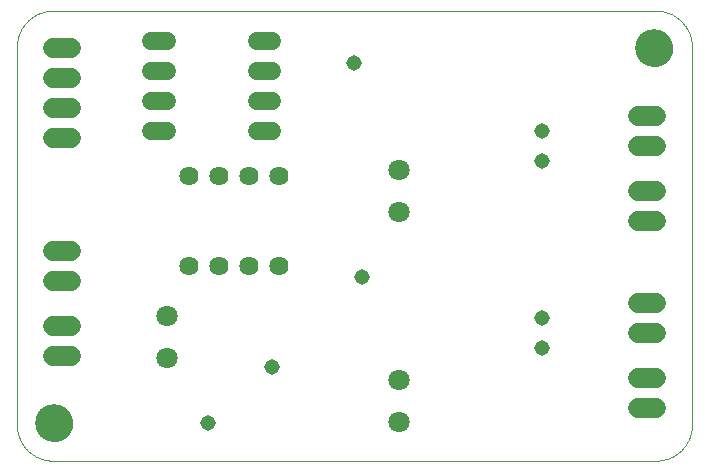
<source format=gbs>
G75*
%MOIN*%
%OFA0B0*%
%FSLAX25Y25*%
%IPPOS*%
%LPD*%
%AMOC8*
5,1,8,0,0,1.08239X$1,22.5*
%
%ADD10C,0.00000*%
%ADD11C,0.07100*%
%ADD12C,0.06400*%
%ADD13C,0.06737*%
%ADD14C,0.06000*%
%ADD15C,0.12611*%
%ADD16C,0.05156*%
D10*
X0016500Y0005500D02*
X0217500Y0005500D01*
X0217790Y0005504D01*
X0218080Y0005514D01*
X0218369Y0005532D01*
X0218658Y0005556D01*
X0218946Y0005587D01*
X0219234Y0005626D01*
X0219520Y0005671D01*
X0219806Y0005724D01*
X0220089Y0005783D01*
X0220372Y0005849D01*
X0220652Y0005921D01*
X0220931Y0006001D01*
X0221208Y0006087D01*
X0221483Y0006180D01*
X0221755Y0006280D01*
X0222025Y0006386D01*
X0222292Y0006498D01*
X0222557Y0006618D01*
X0222818Y0006743D01*
X0223077Y0006875D01*
X0223332Y0007012D01*
X0223584Y0007156D01*
X0223832Y0007306D01*
X0224076Y0007462D01*
X0224317Y0007624D01*
X0224553Y0007792D01*
X0224786Y0007965D01*
X0225014Y0008144D01*
X0225238Y0008328D01*
X0225457Y0008518D01*
X0225672Y0008713D01*
X0225882Y0008913D01*
X0226087Y0009118D01*
X0226287Y0009328D01*
X0226482Y0009543D01*
X0226672Y0009762D01*
X0226856Y0009986D01*
X0227035Y0010214D01*
X0227208Y0010447D01*
X0227376Y0010683D01*
X0227538Y0010924D01*
X0227694Y0011168D01*
X0227844Y0011416D01*
X0227988Y0011668D01*
X0228125Y0011923D01*
X0228257Y0012182D01*
X0228382Y0012443D01*
X0228502Y0012708D01*
X0228614Y0012975D01*
X0228720Y0013245D01*
X0228820Y0013517D01*
X0228913Y0013792D01*
X0228999Y0014069D01*
X0229079Y0014348D01*
X0229151Y0014628D01*
X0229217Y0014911D01*
X0229276Y0015194D01*
X0229329Y0015480D01*
X0229374Y0015766D01*
X0229413Y0016054D01*
X0229444Y0016342D01*
X0229468Y0016631D01*
X0229486Y0016920D01*
X0229496Y0017210D01*
X0229500Y0017500D01*
X0229500Y0143500D01*
X0229496Y0143790D01*
X0229486Y0144080D01*
X0229468Y0144369D01*
X0229444Y0144658D01*
X0229413Y0144946D01*
X0229374Y0145234D01*
X0229329Y0145520D01*
X0229276Y0145806D01*
X0229217Y0146089D01*
X0229151Y0146372D01*
X0229079Y0146652D01*
X0228999Y0146931D01*
X0228913Y0147208D01*
X0228820Y0147483D01*
X0228720Y0147755D01*
X0228614Y0148025D01*
X0228502Y0148292D01*
X0228382Y0148557D01*
X0228257Y0148818D01*
X0228125Y0149077D01*
X0227988Y0149332D01*
X0227844Y0149584D01*
X0227694Y0149832D01*
X0227538Y0150076D01*
X0227376Y0150317D01*
X0227208Y0150553D01*
X0227035Y0150786D01*
X0226856Y0151014D01*
X0226672Y0151238D01*
X0226482Y0151457D01*
X0226287Y0151672D01*
X0226087Y0151882D01*
X0225882Y0152087D01*
X0225672Y0152287D01*
X0225457Y0152482D01*
X0225238Y0152672D01*
X0225014Y0152856D01*
X0224786Y0153035D01*
X0224553Y0153208D01*
X0224317Y0153376D01*
X0224076Y0153538D01*
X0223832Y0153694D01*
X0223584Y0153844D01*
X0223332Y0153988D01*
X0223077Y0154125D01*
X0222818Y0154257D01*
X0222557Y0154382D01*
X0222292Y0154502D01*
X0222025Y0154614D01*
X0221755Y0154720D01*
X0221483Y0154820D01*
X0221208Y0154913D01*
X0220931Y0154999D01*
X0220652Y0155079D01*
X0220372Y0155151D01*
X0220089Y0155217D01*
X0219806Y0155276D01*
X0219520Y0155329D01*
X0219234Y0155374D01*
X0218946Y0155413D01*
X0218658Y0155444D01*
X0218369Y0155468D01*
X0218080Y0155486D01*
X0217790Y0155496D01*
X0217500Y0155500D01*
X0016500Y0155500D01*
X0016210Y0155496D01*
X0015920Y0155486D01*
X0015631Y0155468D01*
X0015342Y0155444D01*
X0015054Y0155413D01*
X0014766Y0155374D01*
X0014480Y0155329D01*
X0014194Y0155276D01*
X0013911Y0155217D01*
X0013628Y0155151D01*
X0013348Y0155079D01*
X0013069Y0154999D01*
X0012792Y0154913D01*
X0012517Y0154820D01*
X0012245Y0154720D01*
X0011975Y0154614D01*
X0011708Y0154502D01*
X0011443Y0154382D01*
X0011182Y0154257D01*
X0010923Y0154125D01*
X0010668Y0153988D01*
X0010416Y0153844D01*
X0010168Y0153694D01*
X0009924Y0153538D01*
X0009683Y0153376D01*
X0009447Y0153208D01*
X0009214Y0153035D01*
X0008986Y0152856D01*
X0008762Y0152672D01*
X0008543Y0152482D01*
X0008328Y0152287D01*
X0008118Y0152087D01*
X0007913Y0151882D01*
X0007713Y0151672D01*
X0007518Y0151457D01*
X0007328Y0151238D01*
X0007144Y0151014D01*
X0006965Y0150786D01*
X0006792Y0150553D01*
X0006624Y0150317D01*
X0006462Y0150076D01*
X0006306Y0149832D01*
X0006156Y0149584D01*
X0006012Y0149332D01*
X0005875Y0149077D01*
X0005743Y0148818D01*
X0005618Y0148557D01*
X0005498Y0148292D01*
X0005386Y0148025D01*
X0005280Y0147755D01*
X0005180Y0147483D01*
X0005087Y0147208D01*
X0005001Y0146931D01*
X0004921Y0146652D01*
X0004849Y0146372D01*
X0004783Y0146089D01*
X0004724Y0145806D01*
X0004671Y0145520D01*
X0004626Y0145234D01*
X0004587Y0144946D01*
X0004556Y0144658D01*
X0004532Y0144369D01*
X0004514Y0144080D01*
X0004504Y0143790D01*
X0004500Y0143500D01*
X0004500Y0017500D01*
X0004504Y0017210D01*
X0004514Y0016920D01*
X0004532Y0016631D01*
X0004556Y0016342D01*
X0004587Y0016054D01*
X0004626Y0015766D01*
X0004671Y0015480D01*
X0004724Y0015194D01*
X0004783Y0014911D01*
X0004849Y0014628D01*
X0004921Y0014348D01*
X0005001Y0014069D01*
X0005087Y0013792D01*
X0005180Y0013517D01*
X0005280Y0013245D01*
X0005386Y0012975D01*
X0005498Y0012708D01*
X0005618Y0012443D01*
X0005743Y0012182D01*
X0005875Y0011923D01*
X0006012Y0011668D01*
X0006156Y0011416D01*
X0006306Y0011168D01*
X0006462Y0010924D01*
X0006624Y0010683D01*
X0006792Y0010447D01*
X0006965Y0010214D01*
X0007144Y0009986D01*
X0007328Y0009762D01*
X0007518Y0009543D01*
X0007713Y0009328D01*
X0007913Y0009118D01*
X0008118Y0008913D01*
X0008328Y0008713D01*
X0008543Y0008518D01*
X0008762Y0008328D01*
X0008986Y0008144D01*
X0009214Y0007965D01*
X0009447Y0007792D01*
X0009683Y0007624D01*
X0009924Y0007462D01*
X0010168Y0007306D01*
X0010416Y0007156D01*
X0010668Y0007012D01*
X0010923Y0006875D01*
X0011182Y0006743D01*
X0011443Y0006618D01*
X0011708Y0006498D01*
X0011975Y0006386D01*
X0012245Y0006280D01*
X0012517Y0006180D01*
X0012792Y0006087D01*
X0013069Y0006001D01*
X0013348Y0005921D01*
X0013628Y0005849D01*
X0013911Y0005783D01*
X0014194Y0005724D01*
X0014480Y0005671D01*
X0014766Y0005626D01*
X0015054Y0005587D01*
X0015342Y0005556D01*
X0015631Y0005532D01*
X0015920Y0005514D01*
X0016210Y0005504D01*
X0016500Y0005500D01*
X0011094Y0018000D02*
X0011096Y0018153D01*
X0011102Y0018307D01*
X0011112Y0018460D01*
X0011126Y0018612D01*
X0011144Y0018765D01*
X0011166Y0018916D01*
X0011191Y0019067D01*
X0011221Y0019218D01*
X0011255Y0019368D01*
X0011292Y0019516D01*
X0011333Y0019664D01*
X0011378Y0019810D01*
X0011427Y0019956D01*
X0011480Y0020100D01*
X0011536Y0020242D01*
X0011596Y0020383D01*
X0011660Y0020523D01*
X0011727Y0020661D01*
X0011798Y0020797D01*
X0011873Y0020931D01*
X0011950Y0021063D01*
X0012032Y0021193D01*
X0012116Y0021321D01*
X0012204Y0021447D01*
X0012295Y0021570D01*
X0012389Y0021691D01*
X0012487Y0021809D01*
X0012587Y0021925D01*
X0012691Y0022038D01*
X0012797Y0022149D01*
X0012906Y0022257D01*
X0013018Y0022362D01*
X0013132Y0022463D01*
X0013250Y0022562D01*
X0013369Y0022658D01*
X0013491Y0022751D01*
X0013616Y0022840D01*
X0013743Y0022927D01*
X0013872Y0023009D01*
X0014003Y0023089D01*
X0014136Y0023165D01*
X0014271Y0023238D01*
X0014408Y0023307D01*
X0014547Y0023372D01*
X0014687Y0023434D01*
X0014829Y0023492D01*
X0014972Y0023547D01*
X0015117Y0023598D01*
X0015263Y0023645D01*
X0015410Y0023688D01*
X0015558Y0023727D01*
X0015707Y0023763D01*
X0015857Y0023794D01*
X0016008Y0023822D01*
X0016159Y0023846D01*
X0016312Y0023866D01*
X0016464Y0023882D01*
X0016617Y0023894D01*
X0016770Y0023902D01*
X0016923Y0023906D01*
X0017077Y0023906D01*
X0017230Y0023902D01*
X0017383Y0023894D01*
X0017536Y0023882D01*
X0017688Y0023866D01*
X0017841Y0023846D01*
X0017992Y0023822D01*
X0018143Y0023794D01*
X0018293Y0023763D01*
X0018442Y0023727D01*
X0018590Y0023688D01*
X0018737Y0023645D01*
X0018883Y0023598D01*
X0019028Y0023547D01*
X0019171Y0023492D01*
X0019313Y0023434D01*
X0019453Y0023372D01*
X0019592Y0023307D01*
X0019729Y0023238D01*
X0019864Y0023165D01*
X0019997Y0023089D01*
X0020128Y0023009D01*
X0020257Y0022927D01*
X0020384Y0022840D01*
X0020509Y0022751D01*
X0020631Y0022658D01*
X0020750Y0022562D01*
X0020868Y0022463D01*
X0020982Y0022362D01*
X0021094Y0022257D01*
X0021203Y0022149D01*
X0021309Y0022038D01*
X0021413Y0021925D01*
X0021513Y0021809D01*
X0021611Y0021691D01*
X0021705Y0021570D01*
X0021796Y0021447D01*
X0021884Y0021321D01*
X0021968Y0021193D01*
X0022050Y0021063D01*
X0022127Y0020931D01*
X0022202Y0020797D01*
X0022273Y0020661D01*
X0022340Y0020523D01*
X0022404Y0020383D01*
X0022464Y0020242D01*
X0022520Y0020100D01*
X0022573Y0019956D01*
X0022622Y0019810D01*
X0022667Y0019664D01*
X0022708Y0019516D01*
X0022745Y0019368D01*
X0022779Y0019218D01*
X0022809Y0019067D01*
X0022834Y0018916D01*
X0022856Y0018765D01*
X0022874Y0018612D01*
X0022888Y0018460D01*
X0022898Y0018307D01*
X0022904Y0018153D01*
X0022906Y0018000D01*
X0022904Y0017847D01*
X0022898Y0017693D01*
X0022888Y0017540D01*
X0022874Y0017388D01*
X0022856Y0017235D01*
X0022834Y0017084D01*
X0022809Y0016933D01*
X0022779Y0016782D01*
X0022745Y0016632D01*
X0022708Y0016484D01*
X0022667Y0016336D01*
X0022622Y0016190D01*
X0022573Y0016044D01*
X0022520Y0015900D01*
X0022464Y0015758D01*
X0022404Y0015617D01*
X0022340Y0015477D01*
X0022273Y0015339D01*
X0022202Y0015203D01*
X0022127Y0015069D01*
X0022050Y0014937D01*
X0021968Y0014807D01*
X0021884Y0014679D01*
X0021796Y0014553D01*
X0021705Y0014430D01*
X0021611Y0014309D01*
X0021513Y0014191D01*
X0021413Y0014075D01*
X0021309Y0013962D01*
X0021203Y0013851D01*
X0021094Y0013743D01*
X0020982Y0013638D01*
X0020868Y0013537D01*
X0020750Y0013438D01*
X0020631Y0013342D01*
X0020509Y0013249D01*
X0020384Y0013160D01*
X0020257Y0013073D01*
X0020128Y0012991D01*
X0019997Y0012911D01*
X0019864Y0012835D01*
X0019729Y0012762D01*
X0019592Y0012693D01*
X0019453Y0012628D01*
X0019313Y0012566D01*
X0019171Y0012508D01*
X0019028Y0012453D01*
X0018883Y0012402D01*
X0018737Y0012355D01*
X0018590Y0012312D01*
X0018442Y0012273D01*
X0018293Y0012237D01*
X0018143Y0012206D01*
X0017992Y0012178D01*
X0017841Y0012154D01*
X0017688Y0012134D01*
X0017536Y0012118D01*
X0017383Y0012106D01*
X0017230Y0012098D01*
X0017077Y0012094D01*
X0016923Y0012094D01*
X0016770Y0012098D01*
X0016617Y0012106D01*
X0016464Y0012118D01*
X0016312Y0012134D01*
X0016159Y0012154D01*
X0016008Y0012178D01*
X0015857Y0012206D01*
X0015707Y0012237D01*
X0015558Y0012273D01*
X0015410Y0012312D01*
X0015263Y0012355D01*
X0015117Y0012402D01*
X0014972Y0012453D01*
X0014829Y0012508D01*
X0014687Y0012566D01*
X0014547Y0012628D01*
X0014408Y0012693D01*
X0014271Y0012762D01*
X0014136Y0012835D01*
X0014003Y0012911D01*
X0013872Y0012991D01*
X0013743Y0013073D01*
X0013616Y0013160D01*
X0013491Y0013249D01*
X0013369Y0013342D01*
X0013250Y0013438D01*
X0013132Y0013537D01*
X0013018Y0013638D01*
X0012906Y0013743D01*
X0012797Y0013851D01*
X0012691Y0013962D01*
X0012587Y0014075D01*
X0012487Y0014191D01*
X0012389Y0014309D01*
X0012295Y0014430D01*
X0012204Y0014553D01*
X0012116Y0014679D01*
X0012032Y0014807D01*
X0011950Y0014937D01*
X0011873Y0015069D01*
X0011798Y0015203D01*
X0011727Y0015339D01*
X0011660Y0015477D01*
X0011596Y0015617D01*
X0011536Y0015758D01*
X0011480Y0015900D01*
X0011427Y0016044D01*
X0011378Y0016190D01*
X0011333Y0016336D01*
X0011292Y0016484D01*
X0011255Y0016632D01*
X0011221Y0016782D01*
X0011191Y0016933D01*
X0011166Y0017084D01*
X0011144Y0017235D01*
X0011126Y0017388D01*
X0011112Y0017540D01*
X0011102Y0017693D01*
X0011096Y0017847D01*
X0011094Y0018000D01*
X0211094Y0143000D02*
X0211096Y0143153D01*
X0211102Y0143307D01*
X0211112Y0143460D01*
X0211126Y0143612D01*
X0211144Y0143765D01*
X0211166Y0143916D01*
X0211191Y0144067D01*
X0211221Y0144218D01*
X0211255Y0144368D01*
X0211292Y0144516D01*
X0211333Y0144664D01*
X0211378Y0144810D01*
X0211427Y0144956D01*
X0211480Y0145100D01*
X0211536Y0145242D01*
X0211596Y0145383D01*
X0211660Y0145523D01*
X0211727Y0145661D01*
X0211798Y0145797D01*
X0211873Y0145931D01*
X0211950Y0146063D01*
X0212032Y0146193D01*
X0212116Y0146321D01*
X0212204Y0146447D01*
X0212295Y0146570D01*
X0212389Y0146691D01*
X0212487Y0146809D01*
X0212587Y0146925D01*
X0212691Y0147038D01*
X0212797Y0147149D01*
X0212906Y0147257D01*
X0213018Y0147362D01*
X0213132Y0147463D01*
X0213250Y0147562D01*
X0213369Y0147658D01*
X0213491Y0147751D01*
X0213616Y0147840D01*
X0213743Y0147927D01*
X0213872Y0148009D01*
X0214003Y0148089D01*
X0214136Y0148165D01*
X0214271Y0148238D01*
X0214408Y0148307D01*
X0214547Y0148372D01*
X0214687Y0148434D01*
X0214829Y0148492D01*
X0214972Y0148547D01*
X0215117Y0148598D01*
X0215263Y0148645D01*
X0215410Y0148688D01*
X0215558Y0148727D01*
X0215707Y0148763D01*
X0215857Y0148794D01*
X0216008Y0148822D01*
X0216159Y0148846D01*
X0216312Y0148866D01*
X0216464Y0148882D01*
X0216617Y0148894D01*
X0216770Y0148902D01*
X0216923Y0148906D01*
X0217077Y0148906D01*
X0217230Y0148902D01*
X0217383Y0148894D01*
X0217536Y0148882D01*
X0217688Y0148866D01*
X0217841Y0148846D01*
X0217992Y0148822D01*
X0218143Y0148794D01*
X0218293Y0148763D01*
X0218442Y0148727D01*
X0218590Y0148688D01*
X0218737Y0148645D01*
X0218883Y0148598D01*
X0219028Y0148547D01*
X0219171Y0148492D01*
X0219313Y0148434D01*
X0219453Y0148372D01*
X0219592Y0148307D01*
X0219729Y0148238D01*
X0219864Y0148165D01*
X0219997Y0148089D01*
X0220128Y0148009D01*
X0220257Y0147927D01*
X0220384Y0147840D01*
X0220509Y0147751D01*
X0220631Y0147658D01*
X0220750Y0147562D01*
X0220868Y0147463D01*
X0220982Y0147362D01*
X0221094Y0147257D01*
X0221203Y0147149D01*
X0221309Y0147038D01*
X0221413Y0146925D01*
X0221513Y0146809D01*
X0221611Y0146691D01*
X0221705Y0146570D01*
X0221796Y0146447D01*
X0221884Y0146321D01*
X0221968Y0146193D01*
X0222050Y0146063D01*
X0222127Y0145931D01*
X0222202Y0145797D01*
X0222273Y0145661D01*
X0222340Y0145523D01*
X0222404Y0145383D01*
X0222464Y0145242D01*
X0222520Y0145100D01*
X0222573Y0144956D01*
X0222622Y0144810D01*
X0222667Y0144664D01*
X0222708Y0144516D01*
X0222745Y0144368D01*
X0222779Y0144218D01*
X0222809Y0144067D01*
X0222834Y0143916D01*
X0222856Y0143765D01*
X0222874Y0143612D01*
X0222888Y0143460D01*
X0222898Y0143307D01*
X0222904Y0143153D01*
X0222906Y0143000D01*
X0222904Y0142847D01*
X0222898Y0142693D01*
X0222888Y0142540D01*
X0222874Y0142388D01*
X0222856Y0142235D01*
X0222834Y0142084D01*
X0222809Y0141933D01*
X0222779Y0141782D01*
X0222745Y0141632D01*
X0222708Y0141484D01*
X0222667Y0141336D01*
X0222622Y0141190D01*
X0222573Y0141044D01*
X0222520Y0140900D01*
X0222464Y0140758D01*
X0222404Y0140617D01*
X0222340Y0140477D01*
X0222273Y0140339D01*
X0222202Y0140203D01*
X0222127Y0140069D01*
X0222050Y0139937D01*
X0221968Y0139807D01*
X0221884Y0139679D01*
X0221796Y0139553D01*
X0221705Y0139430D01*
X0221611Y0139309D01*
X0221513Y0139191D01*
X0221413Y0139075D01*
X0221309Y0138962D01*
X0221203Y0138851D01*
X0221094Y0138743D01*
X0220982Y0138638D01*
X0220868Y0138537D01*
X0220750Y0138438D01*
X0220631Y0138342D01*
X0220509Y0138249D01*
X0220384Y0138160D01*
X0220257Y0138073D01*
X0220128Y0137991D01*
X0219997Y0137911D01*
X0219864Y0137835D01*
X0219729Y0137762D01*
X0219592Y0137693D01*
X0219453Y0137628D01*
X0219313Y0137566D01*
X0219171Y0137508D01*
X0219028Y0137453D01*
X0218883Y0137402D01*
X0218737Y0137355D01*
X0218590Y0137312D01*
X0218442Y0137273D01*
X0218293Y0137237D01*
X0218143Y0137206D01*
X0217992Y0137178D01*
X0217841Y0137154D01*
X0217688Y0137134D01*
X0217536Y0137118D01*
X0217383Y0137106D01*
X0217230Y0137098D01*
X0217077Y0137094D01*
X0216923Y0137094D01*
X0216770Y0137098D01*
X0216617Y0137106D01*
X0216464Y0137118D01*
X0216312Y0137134D01*
X0216159Y0137154D01*
X0216008Y0137178D01*
X0215857Y0137206D01*
X0215707Y0137237D01*
X0215558Y0137273D01*
X0215410Y0137312D01*
X0215263Y0137355D01*
X0215117Y0137402D01*
X0214972Y0137453D01*
X0214829Y0137508D01*
X0214687Y0137566D01*
X0214547Y0137628D01*
X0214408Y0137693D01*
X0214271Y0137762D01*
X0214136Y0137835D01*
X0214003Y0137911D01*
X0213872Y0137991D01*
X0213743Y0138073D01*
X0213616Y0138160D01*
X0213491Y0138249D01*
X0213369Y0138342D01*
X0213250Y0138438D01*
X0213132Y0138537D01*
X0213018Y0138638D01*
X0212906Y0138743D01*
X0212797Y0138851D01*
X0212691Y0138962D01*
X0212587Y0139075D01*
X0212487Y0139191D01*
X0212389Y0139309D01*
X0212295Y0139430D01*
X0212204Y0139553D01*
X0212116Y0139679D01*
X0212032Y0139807D01*
X0211950Y0139937D01*
X0211873Y0140069D01*
X0211798Y0140203D01*
X0211727Y0140339D01*
X0211660Y0140477D01*
X0211596Y0140617D01*
X0211536Y0140758D01*
X0211480Y0140900D01*
X0211427Y0141044D01*
X0211378Y0141190D01*
X0211333Y0141336D01*
X0211292Y0141484D01*
X0211255Y0141632D01*
X0211221Y0141782D01*
X0211191Y0141933D01*
X0211166Y0142084D01*
X0211144Y0142235D01*
X0211126Y0142388D01*
X0211112Y0142540D01*
X0211102Y0142693D01*
X0211096Y0142847D01*
X0211094Y0143000D01*
D11*
X0132000Y0102500D03*
X0132000Y0088500D03*
X0054500Y0053750D03*
X0054500Y0039750D03*
X0132000Y0032500D03*
X0132000Y0018500D03*
D12*
X0092000Y0070500D03*
X0082000Y0070500D03*
X0072000Y0070500D03*
X0062000Y0070500D03*
X0062000Y0100500D03*
X0072000Y0100500D03*
X0082000Y0100500D03*
X0092000Y0100500D03*
D13*
X0022469Y0113000D02*
X0016531Y0113000D01*
X0016531Y0123000D02*
X0022469Y0123000D01*
X0022469Y0133000D02*
X0016531Y0133000D01*
X0016531Y0143000D02*
X0022469Y0143000D01*
X0022469Y0075500D02*
X0016531Y0075500D01*
X0016531Y0065500D02*
X0022469Y0065500D01*
X0022469Y0050500D02*
X0016531Y0050500D01*
X0016531Y0040500D02*
X0022469Y0040500D01*
X0211531Y0033000D02*
X0217469Y0033000D01*
X0217469Y0023000D02*
X0211531Y0023000D01*
X0211531Y0048000D02*
X0217469Y0048000D01*
X0217469Y0058000D02*
X0211531Y0058000D01*
X0211531Y0085500D02*
X0217469Y0085500D01*
X0217469Y0095500D02*
X0211531Y0095500D01*
X0211531Y0110500D02*
X0217469Y0110500D01*
X0217469Y0120500D02*
X0211531Y0120500D01*
D14*
X0089700Y0115500D02*
X0084500Y0115500D01*
X0084500Y0125500D02*
X0089700Y0125500D01*
X0089700Y0135500D02*
X0084500Y0135500D01*
X0084500Y0145500D02*
X0089700Y0145500D01*
X0054500Y0145500D02*
X0049300Y0145500D01*
X0049300Y0135500D02*
X0054500Y0135500D01*
X0054500Y0125500D02*
X0049300Y0125500D01*
X0049300Y0115500D02*
X0054500Y0115500D01*
D15*
X0017000Y0018000D03*
X0217000Y0143000D03*
D16*
X0179500Y0115500D03*
X0179500Y0105500D03*
X0119500Y0066750D03*
X0089500Y0036750D03*
X0068250Y0018000D03*
X0179500Y0043000D03*
X0179500Y0053000D03*
X0117000Y0138000D03*
M02*

</source>
